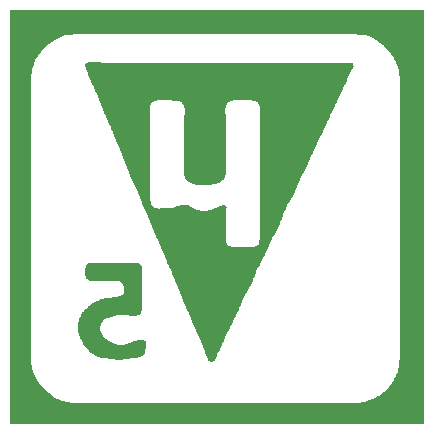
<source format=gbo>
G04 Layer: BottomSilkscreenLayer*
G04 EasyEDA Pro v2.2.39.2, 2025-05-28 23:54:08*
G04 Gerber Generator version 0.3*
G04 Scale: 100 percent, Rotated: No, Reflected: No*
G04 Dimensions in millimeters*
G04 Leading zeros omitted, absolute positions, 4 integers and 5 decimals*
G04 Generated by one-click*
%FSLAX45Y45*%
%MOMM*%
%ADD10C,0.254*%
%ADD11C,0.9551*%
G75*


G04 Image Start*
G36*
G01X1769551Y16425D02*
G01X1769551Y-1733574D01*
G01X19555Y-1733574D01*
G01X-1730439Y-1733574D01*
G01X-1730439Y16425D01*
G01X-1730439Y1153413D01*
G01X-1557983Y1153413D01*
G01X-1557363Y-30209D01*
G01X-1556911Y-895064D01*
G01X-1159828Y-895064D01*
G01X-1156145Y-881480D01*
G01X-1152459Y-867899D01*
G01X-1149213Y-856830D01*
G01X-1145967Y-845758D01*
G01X-1145967Y-843827D01*
G01X-1145967Y-841892D01*
G01X-1143531Y-837091D01*
G01X-1141096Y-832291D01*
G01X-1135759Y-820894D01*
G01X-1130422Y-809497D01*
G01X-1128797Y-808496D01*
G01X-1127169Y-807500D01*
G01X-1127169Y-804330D01*
G01X-1127169Y-801160D01*
G01X-1124827Y-798836D01*
G01X-1122485Y-796515D01*
G01X-1119655Y-791087D01*
G01X-1116828Y-785656D01*
G01X-1115589Y-785646D01*
G01X-1114352Y-785631D01*
G01X-1110080Y-779347D01*
G01X-1105807Y-773058D01*
G01X-1091065Y-758588D01*
G01X-1076320Y-744112D01*
G01X-1069701Y-738661D01*
G01X-1063084Y-733210D01*
G01X-1056247Y-728763D01*
G01X-1049409Y-724318D01*
G01X-1047682Y-722344D01*
G01X-1045952Y-720373D01*
G01X-1040489Y-716556D01*
G01X-1035020Y-712738D01*
G01X-1033920Y-712738D01*
G01X-1032815Y-712738D01*
G01X-1027735Y-708501D01*
G01X-1022658Y-704262D01*
G01X-1020192Y-704262D01*
G01X-1017723Y-704262D01*
G01X-1003661Y-697739D01*
G01X-989595Y-691214D01*
G01X-976778Y-685641D01*
G01X-963964Y-680068D01*
G01X-948627Y-676157D01*
G01X-933296Y-672243D01*
G01X-911030Y-670348D01*
G01X-888764Y-668453D01*
G01X-886191Y-667722D01*
G01X-883618Y-666990D01*
G01X-862966Y-665316D01*
G01X-842308Y-663640D01*
G01X-824639Y-659395D01*
G01X-806974Y-655151D01*
G01X-805231Y-653424D01*
G01X-803489Y-651694D01*
G01X-801025Y-651694D01*
G01X-798564Y-651694D01*
G01X-791541Y-648158D01*
G01X-784518Y-644623D01*
G01X-778183Y-636541D01*
G01X-771853Y-628456D01*
G01X-768358Y-619662D01*
G01X-764866Y-610871D01*
G01X-764866Y-596101D01*
G01X-764866Y-581334D01*
G01X-769196Y-568608D01*
G01X-773530Y-555885D01*
G01X-778241Y-549104D01*
G01X-782953Y-542319D01*
G01X-789720Y-539162D01*
G01X-796484Y-536002D01*
G01X-797040Y-534532D01*
G01X-797599Y-533058D01*
G01X-811566Y-528436D01*
G01X-825536Y-523808D01*
G01X-940890Y-523190D01*
G01X-1056247Y-522573D01*
G01X-1066501Y-517613D01*
G01X-1076755Y-512652D01*
G01X-1079384Y-510526D01*
G01X-1082018Y-508405D01*
G01X-1087540Y-500704D01*
G01X-1093059Y-493000D01*
G01X-1094751Y-478659D01*
G01X-1096442Y-464316D01*
G01X-1095472Y-440577D01*
G01X-1094507Y-416836D01*
G01X-1092696Y-407511D01*
G01X-1090885Y-398184D01*
G01X-1087829Y-392246D01*
G01X-1084779Y-386312D01*
G01X-1080765Y-382688D01*
G01X-1076755Y-379066D01*
G01X-1069061Y-375187D01*
G01X-1061373Y-371311D01*
G01X-859806Y-371179D01*
G01X-658242Y-371050D01*
G01X-649674Y-373224D01*
G01X-649674Y-373224D01*
G01X-641112Y-375401D01*
G01X-637706Y-378311D01*
G01X-634294Y-381225D01*
G01X-629938Y-386183D01*
G01X-625582Y-391141D01*
G01X-622600Y-395959D01*
G01X-619621Y-400775D01*
G01X-615768Y-411349D01*
G01X-611912Y-421923D01*
G01X-612430Y-580473D01*
G01X-612948Y-739024D01*
G01X-614670Y-752591D01*
G01X-616385Y-766157D01*
G01X-618638Y-773787D01*
G01X-620891Y-781417D01*
G01X-623692Y-788052D01*
G01X-626497Y-794683D01*
G01X-633962Y-803355D01*
G01X-641429Y-812027D01*
G01X-652765Y-816647D01*
G01X-664104Y-821270D01*
G01X-687568Y-821191D01*
G01X-711035Y-821120D01*
G01X-718724Y-819479D01*
G01X-726415Y-817836D01*
G01X-736595Y-816238D01*
G01X-746778Y-814640D01*
G01X-775902Y-813551D01*
G01X-805026Y-812461D01*
G01X-819552Y-814407D01*
G01X-834081Y-816355D01*
G01X-846895Y-819786D01*
G01X-859714Y-823220D01*
G01X-871678Y-827175D01*
G01X-883639Y-831132D01*
G01X-896455Y-836367D01*
G01X-909275Y-841605D01*
G01X-910781Y-841610D01*
G01X-912287Y-841618D01*
G01X-927390Y-850193D01*
G01X-942495Y-858770D01*
G01X-949541Y-866725D01*
G01X-956590Y-874683D01*
G01X-960842Y-884856D01*
G01X-965091Y-895034D01*
G01X-966826Y-901816D01*
G01X-968561Y-908597D01*
G01X-968563Y-924127D01*
G01X-968569Y-939656D01*
G01X-965678Y-949519D01*
G01X-962790Y-959377D01*
G01X-957377Y-970446D01*
G01X-951959Y-981513D01*
G01X-948561Y-986428D01*
G01X-945162Y-991340D01*
G01X-933859Y-1002537D01*
G01X-922554Y-1013733D01*
G01X-915546Y-1019293D01*
G01X-908533Y-1024853D01*
G01X-892671Y-1033761D01*
G01X-876803Y-1042674D01*
G01X-860570Y-1049674D01*
G01X-844335Y-1056674D01*
G01X-830532Y-1060941D01*
G01X-816735Y-1065211D01*
G01X-803189Y-1067027D01*
G01X-789643Y-1068849D01*
G01X-780245Y-1067243D01*
G01X-770847Y-1065640D01*
G01X-763154Y-1063959D01*
G01X-755465Y-1062283D01*
G01X-743502Y-1058107D01*
G01X-731541Y-1053934D01*
G01X-717012Y-1048059D01*
G01X-702486Y-1042184D01*
G01X-685397Y-1036166D01*
G01X-668305Y-1030149D01*
G01X-659674Y-1027530D01*
G01X-651041Y-1024907D01*
G01X-635036Y-1022976D01*
G01X-619029Y-1021043D01*
G01X-609997Y-1022166D01*
G01X-600967Y-1023283D01*
G01X-592570Y-1029918D01*
G01X-584175Y-1036552D01*
G01X-583108Y-1042946D01*
G01X-582044Y-1049344D01*
G01X-582097Y-1062910D01*
G01X-582151Y-1076474D01*
G01X-584477Y-1095127D01*
G01X-586801Y-1113781D01*
G01X-590408Y-1124802D01*
G01X-594015Y-1135823D01*
G01X-598701Y-1142503D01*
G01X-603388Y-1149181D01*
G01X-611069Y-1153921D01*
G01X-618750Y-1158663D01*
G01X-622163Y-1160255D01*
G01X-625582Y-1161846D01*
G01X-635839Y-1165584D01*
G01X-646093Y-1169323D01*
G01X-652072Y-1171701D01*
G01X-658056Y-1174081D01*
G01X-667454Y-1175795D01*
G01X-676852Y-1177510D01*
G01X-694497Y-1179008D01*
G01X-712143Y-1180507D01*
G01X-719278Y-1181632D01*
G01X-726415Y-1182757D01*
G01X-734960Y-1185094D01*
G01X-743502Y-1187426D01*
G01X-767782Y-1190032D01*
G01X-792061Y-1192633D01*
G01X-810509Y-1192618D01*
G01X-828950Y-1192602D01*
G01X-851116Y-1190012D01*
G01X-873283Y-1187423D01*
G01X-881878Y-1185013D01*
G01X-890476Y-1182602D01*
G01X-915256Y-1180748D01*
G01X-940034Y-1178897D01*
G01X-953044Y-1176372D01*
G01X-966056Y-1173852D01*
G01X-972633Y-1170525D01*
G01X-979211Y-1167195D01*
G01X-981299Y-1167195D01*
G01X-983384Y-1167195D01*
G01X-1001144Y-1158757D01*
G01X-1018909Y-1150319D01*
G01X-1025264Y-1146039D01*
G01X-1031619Y-1141762D01*
G01X-1033054Y-1141762D01*
G01X-1034489Y-1141762D01*
G01X-1044217Y-1133817D01*
G01X-1053943Y-1125869D01*
G01X-1060372Y-1119824D01*
G01X-1066795Y-1113781D01*
G01X-1081733Y-1096824D01*
G01X-1096668Y-1079870D01*
G01X-1101825Y-1073934D01*
G01X-1106983Y-1067995D01*
G01X-1112419Y-1059519D01*
G01X-1117852Y-1051038D01*
G01X-1124982Y-1035778D01*
G01X-1132119Y-1020515D01*
G01X-1138406Y-1006105D01*
G01X-1144700Y-991688D01*
G01X-1147956Y-979819D01*
G01X-1151212Y-967950D01*
G01X-1154933Y-955232D01*
G01X-1158657Y-942514D01*
G01X-1159241Y-918788D01*
G01X-1159828Y-895064D01*
G01X-1556911Y-895064D01*
G01X-1556744Y-1213829D01*
G01X-1553795Y-1225699D01*
G01X-1550843Y-1237571D01*
G01X-1548532Y-1251983D01*
G01X-1546220Y-1266400D01*
G01X-1543353Y-1274876D01*
G01X-1540490Y-1283357D01*
G01X-1538743Y-1286557D01*
G01X-1537000Y-1289760D01*
G01X-1534580Y-1297847D01*
G01X-1532156Y-1305932D01*
G01X-1529624Y-1310753D01*
G01X-1527089Y-1315571D01*
G01X-1527079Y-1317484D01*
G01X-1527071Y-1319397D01*
G01X-1524506Y-1321510D01*
G01X-1521941Y-1323621D01*
G01X-1521935Y-1326379D01*
G01X-1521928Y-1329140D01*
G01X-1517219Y-1338467D01*
G01X-1512510Y-1347794D01*
G01X-1506975Y-1355729D01*
G01X-1501435Y-1363666D01*
G01X-1501433Y-1365056D01*
G01X-1501430Y-1366445D01*
G01X-1494570Y-1376255D01*
G01X-1487704Y-1386064D01*
G01X-1479904Y-1395757D01*
G01X-1472101Y-1405447D01*
G01X-1466688Y-1412157D01*
G01X-1461275Y-1418868D01*
G01X-1448623Y-1431235D01*
G01X-1435972Y-1443600D01*
G01X-1434638Y-1443600D01*
G01X-1433305Y-1443600D01*
G01X-1432220Y-1446994D01*
G01X-1431138Y-1450384D01*
G01X-1429551Y-1450384D01*
G01X-1427961Y-1450384D01*
G01X-1416421Y-1461548D01*
G01X-1404880Y-1472714D01*
G01X-1389327Y-1485287D01*
G01X-1373777Y-1497865D01*
G01X-1372111Y-1497865D01*
G01X-1370440Y-1497865D01*
G01X-1366427Y-1502104D01*
G01X-1362413Y-1506346D01*
G01X-1360864Y-1506346D01*
G01X-1359317Y-1506346D01*
G01X-1350480Y-1512150D01*
G01X-1341644Y-1517956D01*
G01X-1333955Y-1520735D01*
G01X-1326264Y-1523511D01*
G01X-1320285Y-1525279D01*
G01X-1314303Y-1527049D01*
G01X-1310031Y-1529269D01*
G01X-1305759Y-1531487D01*
G01X-1298644Y-1534918D01*
G01X-1291532Y-1538355D01*
G01X-1284971Y-1539498D01*
G01X-1278416Y-1540641D01*
G01X-1274915Y-1542805D01*
G01X-1271415Y-1544972D01*
G01X-1260387Y-1547928D01*
G01X-1249360Y-1550885D01*
G01X-1234837Y-1552866D01*
G01X-1220308Y-1554852D01*
G01X-1216676Y-1556831D01*
G01X-1213044Y-1558804D01*
G01X-1185060Y-1560321D01*
G01X-1157075Y-1561835D01*
G01X-4369Y-1561761D01*
G01X1148336Y-1561687D01*
G01X1182517Y-1560369D01*
G01X1216695Y-1559051D01*
G01X1223535Y-1557164D01*
G01X1230370Y-1555274D01*
G01X1246604Y-1552901D01*
G01X1262839Y-1550529D01*
G01X1273093Y-1547755D01*
G01X1283347Y-1544979D01*
G01X1287619Y-1542800D01*
G01X1291894Y-1540620D01*
G01X1306415Y-1536021D01*
G01X1320944Y-1531418D01*
G01X1323507Y-1529175D01*
G01X1326073Y-1526935D01*
G01X1339649Y-1522536D01*
G01X1353233Y-1518139D01*
G01X1355887Y-1515894D01*
G01X1358541Y-1513651D01*
G01X1368798Y-1507992D01*
G01X1379049Y-1502327D01*
G01X1379905Y-1501286D01*
G01X1380759Y-1500245D01*
G01X1389303Y-1495388D01*
G01X1397848Y-1490529D01*
G01X1409809Y-1481002D01*
G01X1421777Y-1471469D01*
G01X1427825Y-1467791D01*
G01X1433875Y-1464116D01*
G01X1449184Y-1448589D01*
G01X1464500Y-1433067D01*
G01X1466880Y-1430583D01*
G01X1469262Y-1428093D01*
G01X1473456Y-1421860D01*
G01X1477652Y-1415622D01*
G01X1480906Y-1412231D01*
G01X1484157Y-1408840D01*
G01X1490596Y-1400362D01*
G01X1497037Y-1391883D01*
G01X1500372Y-1386796D01*
G01X1503705Y-1381708D01*
G01X1506319Y-1377149D01*
G01X1508930Y-1372592D01*
G01X1515409Y-1361888D01*
G01X1521891Y-1351185D01*
G01X1523481Y-1348642D01*
G01X1525069Y-1346097D01*
G01X1531853Y-1331683D01*
G01X1538638Y-1317268D01*
G01X1541411Y-1310489D01*
G01X1544185Y-1303702D01*
G01X1547690Y-1293529D01*
G01X1551198Y-1283357D01*
G01X1554408Y-1270636D01*
G01X1557621Y-1257918D01*
G01X1559407Y-1232483D01*
G01X1561190Y-1207047D01*
G01X1563626Y-1195963D01*
G01X1566059Y-1184876D01*
G01X1567825Y-1145089D01*
G01X1569592Y-1105305D01*
G01X1569532Y14731D01*
G01X1569465Y1134762D01*
G01X1567919Y1171218D01*
G01X1566369Y1207677D01*
G01X1563911Y1217002D01*
G01X1561449Y1226329D01*
G01X1560258Y1242442D01*
G01X1559067Y1258551D01*
G01X1554911Y1274512D01*
G01X1550753Y1290481D01*
G01X1549267Y1292320D01*
G01X1547776Y1294159D01*
G01X1546539Y1300093D01*
G01X1545305Y1306031D01*
G01X1541785Y1314510D01*
G01X1538264Y1322988D01*
G01X1536285Y1325531D01*
G01X1534302Y1328073D01*
G01X1532326Y1334964D01*
G01X1530349Y1341853D01*
G01X1526105Y1349376D01*
G01X1521861Y1356902D01*
G01X1519011Y1361990D01*
G01X1516161Y1367075D01*
G01X1510060Y1376402D01*
G01X1503954Y1385729D01*
G01X1492854Y1399719D01*
G01X1481754Y1413707D01*
G01X1480550Y1413707D01*
G01X1479351Y1413707D01*
G01X1474843Y1421342D01*
G01X1470334Y1428972D01*
G01X1468076Y1428972D01*
G01X1465816Y1428972D01*
G01X1461081Y1435752D01*
G01X1456344Y1442536D01*
G01X1454238Y1442536D01*
G01X1452135Y1442536D01*
G01X1447612Y1449320D01*
G01X1443088Y1456105D01*
G01X1440781Y1456105D01*
G01X1438475Y1456105D01*
G01X1433738Y1462884D01*
G01X1428998Y1469668D01*
G01X1427452Y1469668D01*
G01X1425902Y1469668D01*
G01X1412730Y1480737D01*
G01X1399560Y1491807D01*
G01X1394429Y1495896D01*
G01X1389303Y1499988D01*
G01X1383322Y1504293D01*
G01X1377340Y1508596D01*
G01X1373070Y1510732D01*
G01X1368798Y1512866D01*
G01X1367086Y1514715D01*
G01X1365379Y1516564D01*
G01X1353116Y1523641D01*
G01X1340855Y1530714D01*
G01X1339443Y1530725D01*
G01X1338036Y1530735D01*
G01X1322887Y1538355D01*
G01X1307739Y1545977D01*
G01X1305311Y1545977D01*
G01X1302880Y1545977D01*
G01X1298788Y1548637D01*
G01X1294698Y1551296D01*
G01X1280886Y1553689D01*
G01X1267076Y1556079D01*
G01X1239324Y1557870D01*
G01X1211569Y1559658D01*
G01X1204234Y1562312D01*
G01X1196891Y1564966D01*
G01X1177744Y1566262D01*
G01X1158593Y1567560D01*
G01X52882Y1567504D01*
G01X-1052828Y1567453D01*
G01X-1122040Y1566252D01*
G01X-1122040Y1566252D01*
G01X-1191255Y1565045D01*
G01X-1198614Y1562340D01*
G01X-1205967Y1559627D01*
G01X-1226810Y1558459D01*
G01X-1247654Y1557288D01*
G01X-1264740Y1553496D01*
G01X-1281832Y1549701D01*
G01X-1292942Y1545558D01*
G01X-1304049Y1541418D01*
G01X-1310882Y1537852D01*
G01X-1317719Y1534283D01*
G01X-1321992Y1532231D01*
G01X-1326264Y1530181D01*
G01X-1333955Y1526521D01*
G01X-1341644Y1522853D01*
G01X-1347628Y1519254D01*
G01X-1353610Y1515655D01*
G01X-1355675Y1513859D01*
G01X-1357735Y1512061D01*
G01X-1360272Y1512061D01*
G01X-1362804Y1512061D01*
G01X-1363869Y1510354D01*
G01X-1364930Y1508650D01*
G01X-1376360Y1501202D01*
G01X-1387785Y1493757D01*
G01X-1392807Y1488495D01*
G01X-1397826Y1483232D01*
G01X-1399248Y1483232D01*
G01X-1400671Y1483232D01*
G01X-1409363Y1476874D01*
G01X-1418052Y1470514D01*
G01X-1434534Y1454299D01*
G01X-1451021Y1438078D01*
G01X-1455212Y1433100D01*
G01X-1459406Y1428121D01*
G01X-1467173Y1418502D01*
G01X-1474945Y1408883D01*
G01X-1480564Y1401545D01*
G01X-1486180Y1394207D01*
G01X-1492157Y1386176D01*
G01X-1498141Y1378144D01*
G01X-1509190Y1358553D01*
G01X-1520234Y1338962D01*
G01X-1520234Y1337657D01*
G01X-1520234Y1336351D01*
G01X-1526091Y1324555D01*
G01X-1531948Y1312762D01*
G01X-1533186Y1307725D01*
G01X-1095048Y1307725D01*
G01X-1091022Y1313570D01*
G01X-1086999Y1319412D01*
G01X-1081019Y1322894D01*
G01X-1075045Y1326374D01*
G01X-1044283Y1326486D01*
G01X-1013521Y1326595D01*
G01X-979343Y1325399D01*
G01X-979343Y1325399D01*
G01X-945162Y1324202D01*
G01X104670Y1324136D01*
G01X1154501Y1324073D01*
G01X1160724Y1320872D01*
G01X1166944Y1317667D01*
G01X1170076Y1313506D01*
G01X1173208Y1309341D01*
G01X1174214Y1303179D01*
G01X1175224Y1297012D01*
G01X1171483Y1285411D01*
G01X1167744Y1273811D01*
G01X1148862Y1235655D01*
G01X1129985Y1197502D01*
G01X1123406Y1183936D01*
G01X1116830Y1170372D01*
G01X1112672Y1161048D01*
G01X1108509Y1151719D01*
G01X1102250Y1138152D01*
G01X1095989Y1124586D01*
G01X1085509Y1103390D01*
G01X1075027Y1082191D01*
G01X1071265Y1076258D01*
G01X1067508Y1070324D01*
G01X1065260Y1063537D01*
G01X1063015Y1056758D01*
G01X1060071Y1052412D01*
G01X1057132Y1048071D01*
G01X1056012Y1043085D01*
G01X1054889Y1038102D01*
G01X1050109Y1028775D01*
G01X1045331Y1019451D01*
G01X1044079Y1015214D01*
G01X1042824Y1010975D01*
G01X1038545Y1001648D01*
G01X1034265Y992318D01*
G01X1027488Y977906D01*
G01X1020711Y963494D01*
G01X1019187Y960947D01*
G01X1017661Y958404D01*
G01X1013150Y949077D01*
G01X1008636Y939750D01*
G01X1002009Y925928D01*
G01X995385Y912105D01*
G01X995385Y910589D01*
G01X995385Y909077D01*
G01X986970Y893042D01*
G01X978557Y877007D01*
G01X973063Y865986D01*
G01X967569Y854963D01*
G01X966088Y852423D01*
G01X964610Y849878D01*
G01X959294Y838857D01*
G01X953978Y827833D01*
G01X950826Y821051D01*
G01X947676Y814267D01*
G01X946500Y809179D01*
G01X945327Y804094D01*
G01X942253Y798156D01*
G01X939180Y792222D01*
G01X935390Y782049D01*
G01X931600Y771874D01*
G01X929314Y769197D01*
G01X927023Y766520D01*
G01X927023Y764559D01*
G01X927023Y762596D01*
G01X919944Y747734D01*
G01X912865Y732873D01*
G01X911115Y729479D01*
G01X909365Y726088D01*
G01X904732Y716761D01*
G01X900094Y707437D01*
G01X884600Y676467D01*
G01X869106Y645499D01*
G01X864826Y637465D01*
G01X860551Y629431D01*
G01X857897Y623498D01*
G01X855248Y617564D01*
G01X851049Y610229D01*
G01X846853Y602896D01*
G01X845731Y599208D01*
G01X844613Y595520D01*
G01X839513Y583648D01*
G01X834412Y571778D01*
G01X829447Y561176D01*
G01X824483Y550572D01*
G01X824483Y549596D01*
G01X824483Y548623D01*
G01X816589Y532223D01*
G01X808692Y515817D01*
G01X802838Y503099D01*
G01X796985Y490381D01*
G01X793645Y484110D01*
G01X790308Y477839D01*
G01X790308Y475609D01*
G01X790308Y473376D01*
G01X786803Y466889D01*
G01X783300Y460407D01*
G01X779851Y451654D01*
G01X776404Y442901D01*
G01X771974Y433574D01*
G01X767544Y424247D01*
G01X763211Y415771D01*
G01X758880Y407293D01*
G01X756648Y402629D01*
G01X754418Y397966D01*
G01X751606Y392454D01*
G01X748797Y386945D01*
G01X734514Y358708D01*
G01X720237Y330471D01*
G01X720199Y329030D01*
G01X720163Y327593D01*
G01X716818Y323351D01*
G01X713478Y319112D01*
G01X713440Y316501D01*
G01X713402Y313892D01*
G01X707659Y302937D01*
G01X701916Y291982D01*
G01X700686Y287743D01*
G01X699460Y283503D01*
G01X693529Y270786D01*
G01X687603Y258068D01*
G01X684954Y252980D01*
G01X682304Y247893D01*
G01X675512Y230168D01*
G01X668718Y212447D01*
G01X663722Y203039D01*
G01X658723Y193628D01*
G01X658718Y191002D01*
G01X658715Y188375D01*
G01X657171Y186762D01*
G01X655634Y185152D01*
G01X647570Y169887D01*
G01X639508Y154626D01*
G01X635124Y148820D01*
G01X630742Y143016D01*
G01X615850Y113654D01*
G01X600958Y84291D01*
G01X599216Y79610D01*
G01X597471Y74926D01*
G01X588652Y55427D01*
G01X579831Y35927D01*
G01X576742Y27449D01*
G01X573656Y18970D01*
G01X571492Y13034D01*
G01X569328Y7098D01*
G01X566171Y-847D01*
G01X563011Y-8792D01*
G01X563011Y-11020D01*
G01X563011Y-13247D01*
G01X556089Y-29356D01*
G01X549170Y-45467D01*
G01X547654Y-48012D01*
G01X546140Y-50557D01*
G01X541568Y-59884D01*
G01X536994Y-69211D01*
G01X532564Y-77690D01*
G01X528137Y-86166D01*
G01X524139Y-93798D01*
G01X520141Y-101429D01*
G01X515277Y-109247D01*
G01X510418Y-117060D01*
G01X509155Y-121007D01*
G01X507890Y-124957D01*
G01X496844Y-144563D01*
G01X485795Y-164172D01*
G01X484390Y-165866D01*
G01X482988Y-167563D01*
G01X477867Y-180280D01*
G01X472749Y-193001D01*
G01X470039Y-198086D01*
G01X467332Y-203171D01*
G01X467319Y-204720D01*
G01X467309Y-206265D01*
G01X462417Y-214047D01*
G01X457525Y-221825D01*
G01X455315Y-230303D01*
G01X453108Y-238784D01*
G01X451883Y-240481D01*
G01X450664Y-242175D01*
G01X448518Y-248774D01*
G01X446374Y-255373D01*
G01X440606Y-266955D01*
G01X434840Y-278538D01*
G01X434840Y-279592D01*
G01X434840Y-280643D01*
G01X423534Y-303801D01*
G01X412234Y-326963D01*
G01X401967Y-347311D01*
G01X391698Y-367659D01*
G01X388688Y-371898D01*
G01X385683Y-376137D01*
G01X379242Y-388007D01*
G01X372803Y-399879D01*
G01X361949Y-420999D01*
G01X351099Y-442116D01*
G01X351099Y-444052D01*
G01X351099Y-445990D01*
G01X348310Y-451537D01*
G01X345521Y-457084D01*
G01X344164Y-462393D01*
G01X342808Y-467709D01*
G01X337672Y-480427D01*
G01X332531Y-493142D01*
G01X328071Y-505014D01*
G01X323606Y-516881D01*
G01X320263Y-523851D01*
G01X316920Y-530821D01*
G01X316920Y-534351D01*
G01X316920Y-537879D01*
G01X315424Y-538796D01*
G01X313936Y-539711D01*
G01X309318Y-549492D01*
G01X304700Y-559276D01*
G01X292709Y-583020D01*
G01X280715Y-606759D01*
G01X276644Y-613541D01*
G01X272564Y-620323D01*
G01X270924Y-623975D01*
G01X269278Y-627625D01*
G01X267611Y-628646D01*
G01X265943Y-629670D01*
G01X257459Y-645342D01*
G01X248978Y-661018D01*
G01X246273Y-666109D01*
G01X243570Y-671196D01*
G01X239003Y-681313D01*
G01X234436Y-691432D01*
G01X230202Y-702509D01*
G01X225968Y-713589D01*
G01X222897Y-722065D01*
G01X219829Y-730546D01*
G01X217294Y-735634D01*
G01X214764Y-740721D01*
G01X208328Y-755981D01*
G01X201891Y-771244D01*
G01X191046Y-793469D01*
G01X180200Y-815699D01*
G01X180200Y-817584D01*
G01X180200Y-819469D01*
G01X176517Y-825880D01*
G01X172831Y-832291D01*
G01X164774Y-847551D01*
G01X156717Y-862811D01*
G01X151353Y-872834D01*
G01X145994Y-882849D01*
G01X144556Y-884701D01*
G01X143123Y-886553D01*
G01X137807Y-896728D01*
G01X132494Y-906901D01*
G01X125341Y-922164D01*
G01X118188Y-937426D01*
G01X113502Y-946753D01*
G01X108811Y-956078D01*
G01X107535Y-960317D01*
G01X106263Y-964556D01*
G01X95379Y-987073D01*
G01X84498Y-1009590D01*
G01X84498Y-1011706D01*
G01X84498Y-1013827D01*
G01X81965Y-1017411D01*
G01X79435Y-1020997D01*
G01X74841Y-1033476D01*
G01X70248Y-1045950D01*
G01X67972Y-1049298D01*
G01X65697Y-1052641D01*
G01X65697Y-1054856D01*
G01X65697Y-1057071D01*
G01X59636Y-1070164D01*
G01X53568Y-1083260D01*
G01X50987Y-1087500D01*
G01X48404Y-1091736D01*
G01X44978Y-1099367D01*
G01X41554Y-1106999D01*
G01X35791Y-1118869D01*
G01X30027Y-1130741D01*
G01X23086Y-1146156D01*
G01X16139Y-1161574D01*
G01X16139Y-1164248D01*
G01X16139Y-1166923D01*
G01X13782Y-1171726D01*
G01X11429Y-1176524D01*
G01X8348Y-1182953D01*
G01X5270Y-1189382D01*
G01X25Y-1195310D01*
G01X-5223Y-1201238D01*
G01X-15279Y-1205247D01*
G01X-25337Y-1209255D01*
G01X-30658Y-1207497D01*
G01X-35985Y-1205737D01*
G01X-44697Y-1199323D01*
G01X-53412Y-1192912D01*
G01X-58779Y-1182176D01*
G01X-64148Y-1171437D01*
G01X-71768Y-1151937D01*
G01X-79393Y-1132435D01*
G01X-81087Y-1125653D01*
G01X-82782Y-1118869D01*
G01X-86294Y-1108876D01*
G01X-89805Y-1098887D01*
G01X-91311Y-1097007D01*
G01X-92820Y-1095127D01*
G01X-94102Y-1090891D01*
G01X-95390Y-1086649D01*
G01X-102004Y-1072895D01*
G01X-108616Y-1059141D01*
G01X-108616Y-1057421D01*
G01X-108616Y-1055701D01*
G01X-112947Y-1045740D01*
G01X-117275Y-1035778D01*
G01X-118794Y-1032387D01*
G01X-120310Y-1028993D01*
G01X-127092Y-1014581D01*
G01X-133874Y-1000167D01*
G01X-135977Y-993385D01*
G01X-138077Y-986601D01*
G01X-149632Y-962862D01*
G01X-161184Y-939121D01*
G01X-169144Y-920469D01*
G01X-177105Y-901816D01*
G01X-179515Y-896728D01*
G01X-181931Y-891643D01*
G01X-186289Y-881094D01*
G01X-190648Y-870546D01*
G01X-190648Y-867886D01*
G01X-190648Y-865227D01*
G01X-200203Y-841127D01*
G01X-209756Y-817028D01*
G01X-213874Y-809004D01*
G01X-217993Y-800983D01*
G01X-217993Y-798984D01*
G01X-217993Y-796990D01*
G01X-230790Y-771122D01*
G01X-243584Y-745258D01*
G01X-249378Y-731120D01*
G01X-255169Y-716980D01*
G01X-257379Y-711895D01*
G01X-259589Y-706807D01*
G01X-265296Y-694328D01*
G01X-271001Y-681849D01*
G01X-275466Y-668892D01*
G01X-279929Y-655933D01*
G01X-282187Y-651694D01*
G01X-284447Y-647457D01*
G01X-291184Y-631344D01*
G01X-297925Y-615235D01*
G01X-303190Y-599126D01*
G01X-308453Y-583020D01*
G01X-312626Y-571994D01*
G01X-316797Y-560973D01*
G01X-322083Y-549949D01*
G01X-327361Y-538928D01*
G01X-327363Y-537077D01*
G01X-327366Y-535230D01*
G01X-332362Y-525210D01*
G01X-337356Y-515189D01*
G01X-346032Y-496917D01*
G01X-354712Y-478646D01*
G01X-354717Y-477415D01*
G01X-354724Y-476185D01*
G01X-359939Y-463467D01*
G01X-365156Y-450750D01*
G01X-373421Y-432947D01*
G01X-381689Y-415139D01*
G01X-386388Y-404118D01*
G01X-391092Y-393094D01*
G01X-395832Y-382919D01*
G01X-400571Y-372746D01*
G01X-403462Y-365962D01*
G01X-406355Y-359180D01*
G01X-412016Y-342132D01*
G01X-417676Y-325083D01*
G01X-420609Y-318393D01*
G01X-423543Y-311697D01*
G01X-424876Y-308309D01*
G01X-426213Y-304918D01*
G01X-432334Y-291906D01*
G01X-438450Y-278896D01*
G01X-438450Y-277687D01*
G01X-438450Y-276473D01*
G01X-445496Y-261868D01*
G01X-452540Y-247260D01*
G01X-458310Y-235589D01*
G01X-464084Y-223915D01*
G01X-464089Y-222023D01*
G01X-464094Y-220130D01*
G01X-469304Y-207458D01*
G01X-474506Y-194784D01*
G01X-482745Y-178627D01*
G01X-490985Y-162475D01*
G01X-492270Y-158236D01*
G01X-493558Y-153996D01*
G01X-499144Y-141279D01*
G01X-504729Y-128558D01*
G01X-510716Y-114146D01*
G01X-516703Y-99734D01*
G01X-522672Y-83623D01*
G01X-528646Y-67512D01*
G01X-530756Y-61581D01*
G01X-532862Y-55645D01*
G01X-535128Y-50557D01*
G01X-537396Y-45467D01*
G01X-541551Y-35297D01*
G01X-545702Y-25119D01*
G01X-546990Y-20883D01*
G01X-548272Y-16641D01*
G01X-555915Y316D01*
G01X-563560Y17273D01*
G01X-568508Y27802D01*
G01X-573459Y38327D01*
G01X-573459Y39066D01*
G01X-573459Y39806D01*
G01X-583499Y60758D01*
G01X-593535Y81711D01*
G01X-599735Y94916D01*
G01X-605930Y108124D01*
G01X-605930Y109219D01*
G01X-605930Y110316D01*
G01X-609242Y117210D01*
G01X-612552Y124103D01*
G01X-618767Y140212D01*
G01X-624980Y156320D01*
G01X-627353Y164715D01*
G01X-629727Y173107D01*
G01X-636052Y189302D01*
G01X-642377Y205500D01*
G01X-647370Y217367D01*
G01X-652366Y229239D01*
G01X-658043Y244502D01*
G01X-663715Y259762D01*
G01X-673705Y279452D01*
G01X-683690Y299140D01*
G01X-686885Y306582D01*
G01X-690085Y314027D01*
G01X-699166Y332680D01*
G01X-708241Y351334D01*
G01X-713339Y364900D01*
G01X-718432Y378464D01*
G01X-720916Y383549D01*
G01X-723395Y388639D01*
G01X-729440Y402203D01*
G01X-735488Y415771D01*
G01X-739214Y427641D01*
G01X-742943Y439510D01*
G01X-748000Y453076D01*
G01X-753062Y466640D01*
G01X-755798Y472578D01*
G01X-758531Y478512D01*
G01X-760123Y481669D01*
G01X-761716Y484824D01*
G01X-765734Y497049D01*
G01X-769758Y509271D01*
G01X-774149Y518796D01*
G01X-778536Y528321D01*
G01X-778536Y529248D01*
G01X-778536Y530178D01*
G01X-783789Y540803D01*
G01X-789041Y551430D01*
G01X-794744Y566891D01*
G01X-800443Y582352D01*
G01X-802254Y585542D01*
G01X-804065Y588733D01*
G01X-811810Y605870D01*
G01X-819552Y623007D01*
G01X-819552Y624186D01*
G01X-819552Y625365D01*
G01X-826532Y641814D01*
G01X-833514Y658260D01*
G01X-839242Y670386D01*
G01X-844965Y682509D01*
G01X-846938Y689886D01*
G01X-848914Y697262D01*
G01X-852122Y706589D01*
G01X-855328Y715918D01*
G01X-860263Y728633D01*
G01X-865201Y741351D01*
G01X-869978Y753220D01*
G01X-874761Y765090D01*
G01X-881510Y779504D01*
G01X-888256Y793916D01*
G01X-893870Y805115D01*
G01X-899483Y816314D01*
G01X-903852Y830086D01*
G01X-908221Y843860D01*
G01X-911111Y850261D01*
G01X-914002Y856659D01*
G01X-917106Y863444D01*
G01X-920204Y870228D01*
G01X-922000Y874467D01*
G01X-923791Y878704D01*
G01X-925429Y881249D01*
G01X-927070Y883792D01*
G01X-935828Y904142D01*
G01X-944588Y924490D01*
G01X-947100Y930424D01*
G01X-949620Y936360D01*
G01X-951858Y940599D01*
G01X-954098Y944838D01*
G01X-954487Y946535D01*
G01X-549687Y946535D01*
G01X-549613Y898206D01*
G01X-549545Y849878D01*
G01X-548861Y517514D01*
G01X-548178Y185152D01*
G01X-545351Y162256D01*
G01X-542529Y139366D01*
G01X-537429Y129191D01*
G01X-532331Y119018D01*
G01X-529860Y114616D01*
G01X-527383Y110217D01*
G01X-522862Y106986D01*
G01X-518343Y103755D01*
G01X-513652Y99973D01*
G01X-508961Y96191D01*
G01X-501252Y92912D01*
G01X-493548Y89635D01*
G01X-484196Y88477D01*
G01X-474841Y87316D01*
G01X-456220Y89137D01*
G01X-437594Y90954D01*
G01X-402560Y91871D01*
G01X-367528Y92787D01*
G01X-356421Y94662D01*
G01X-345308Y96539D01*
G01X-341039Y98787D01*
G01X-336766Y101037D01*
G01X-321387Y107227D01*
G01X-306004Y113417D01*
G01X-290643Y117489D01*
G01X-275283Y121561D01*
G01X-259848Y121561D01*
G01X-244409Y121561D01*
G01X-231986Y118144D01*
G01X-219558Y114725D01*
G01X-210658Y109745D01*
G01X-201758Y104761D01*
G01X-194067Y100458D01*
G01X-186376Y96156D01*
G01X-165095Y85914D01*
G01X-143813Y75670D01*
G01X-130630Y72333D01*
G01X-117448Y68993D01*
G01X-95515Y69135D01*
G01X-73582Y69277D01*
G01X-64186Y70669D01*
G01X-54783Y72066D01*
G01X-42474Y74822D01*
G01X-30163Y77578D01*
G01X-15985Y83214D01*
G01X-1804Y88853D01*
G01X7068Y91746D01*
G01X15946Y94637D01*
G01X20137Y97911D01*
G01X24333Y101182D01*
G01X31770Y104380D01*
G01X39207Y107578D01*
G01X48910Y112018D01*
G01X58610Y116458D01*
G01X71485Y116648D01*
G01X84361Y116841D01*
G01X89453Y112841D01*
G01X94543Y108843D01*
G01X97462Y102978D01*
G01X100375Y97111D01*
G01X99090Y73303D01*
G01X97800Y49491D01*
G01X97271Y43555D01*
G01X96740Y37621D01*
G01X95752Y-5620D01*
G01X94764Y-48863D01*
G01X93484Y-94647D01*
G01X92207Y-140430D01*
G01X92194Y-163323D01*
G01X92186Y-186214D01*
G01X96349Y-197237D01*
G01X100507Y-208258D01*
G01X104759Y-213892D01*
G01X109014Y-219521D01*
G01X116009Y-224301D01*
G01X123012Y-229076D01*
G01X134942Y-233003D01*
G01X146872Y-236930D01*
G01X239128Y-236407D01*
G01X331376Y-235889D01*
G01X341665Y-232589D01*
G01X351952Y-229292D01*
G01X359643Y-223788D01*
G01X367332Y-218289D01*
G01X371896Y-209033D01*
G01X376455Y-199780D01*
G01X377601Y-190453D01*
G01X378747Y-181129D01*
G01X380250Y-175193D01*
G01X381749Y-169257D01*
G01X382579Y-49707D01*
G01X383410Y69841D01*
G01X383567Y508187D01*
G01X383725Y946535D01*
G01X382071Y952471D01*
G01X380410Y958404D01*
G01X378437Y964965D01*
G01X376458Y971528D01*
G01X369333Y978884D01*
G01X362209Y986235D01*
G01X353816Y990642D01*
G01X345427Y995054D01*
G01X335262Y998544D01*
G01X325097Y1002036D01*
G01X305198Y1003113D01*
G01X285302Y1004190D01*
G01X232415Y1004686D01*
G01X179524Y1005186D01*
G01X163202Y1003256D01*
G01X163202Y1003256D01*
G01X146872Y1001333D01*
G01X136987Y997944D01*
G01X127106Y994559D01*
G01X119900Y990558D01*
G01X112697Y986558D01*
G01X106357Y979913D01*
G01X100017Y973268D01*
G01X95732Y961970D01*
G01X91450Y950670D01*
G01X90965Y927409D01*
G01X90482Y904142D01*
G01X92575Y877007D01*
G01X94665Y849878D01*
G01X94282Y615867D01*
G01X93898Y381855D01*
G01X89865Y368291D01*
G01X85829Y354722D01*
G01X80888Y344547D01*
G01X75951Y334374D01*
G01X72006Y329996D01*
G01X68064Y325619D01*
G01X57332Y318385D01*
G01X46601Y311151D01*
G01X34114Y305507D01*
G01X21623Y299858D01*
G01X9908Y297138D01*
G01X-1804Y294413D01*
G01X-7788Y292858D01*
G01X-13767Y291306D01*
G01X-34278Y288713D01*
G01X-54783Y286122D01*
G01X-73582Y285388D01*
G01X-92383Y284657D01*
G01X-112032Y286973D01*
G01X-131687Y289297D01*
G01X-144506Y290260D01*
G01X-157323Y291225D01*
G01X-170140Y293943D01*
G01X-182959Y296661D01*
G01X-198982Y304344D01*
G01X-215009Y312030D01*
G01X-224618Y318411D01*
G01X-234227Y324789D01*
G01X-238768Y329579D01*
G01X-243310Y334374D01*
G01X-247549Y342005D01*
G01X-251783Y349637D01*
G01X-255639Y361504D01*
G01X-259492Y373379D01*
G01X-260163Y592972D01*
G01X-260836Y812570D01*
G01X-257998Y854117D01*
G01X-255161Y895664D01*
G01X-254374Y913726D01*
G01X-253586Y931788D01*
G01X-256490Y945943D01*
G01X-259390Y960101D01*
G01X-262451Y966034D01*
G01X-265509Y971970D01*
G01X-269680Y975544D01*
G01X-273853Y979115D01*
G01X-276256Y982481D01*
G01X-278661Y985846D01*
G01X-288913Y990169D01*
G01X-299169Y994493D01*
G01X-311984Y998209D01*
G01X-324803Y1001925D01*
G01X-394018Y1003700D01*
G01X-463230Y1005476D01*
G01X-480340Y1003639D01*
G01X-497447Y1001800D01*
G01X-508534Y997599D01*
G01X-519629Y993395D01*
G01X-526461Y990050D01*
G01X-533299Y986700D01*
G01X-537371Y981219D01*
G01X-541442Y975737D01*
G01X-545565Y961137D01*
G01X-549687Y946535D01*
G01X-954487Y946535D01*
G01X-955264Y949926D01*
G01X-956430Y955013D01*
G01X-959953Y964340D01*
G01X-963471Y973665D01*
G01X-965797Y978752D01*
G01X-968122Y983842D01*
G01X-970532Y990624D01*
G01X-972940Y997406D01*
G01X-978205Y1010124D01*
G01X-983478Y1022841D01*
G01X-987710Y1033863D01*
G01X-991944Y1044889D01*
G01X-998076Y1058455D01*
G01X-1004210Y1072018D01*
G01X-1007583Y1078186D01*
G01X-1010959Y1084350D01*
G01X-1010959Y1087083D01*
G01X-1010959Y1089816D01*
G01X-1023897Y1116527D01*
G01X-1036839Y1143240D01*
G01X-1041180Y1152567D01*
G01X-1045523Y1161891D01*
G01X-1047128Y1164975D01*
G01X-1048733Y1168066D01*
G01X-1055655Y1183629D01*
G01X-1062576Y1199199D01*
G01X-1065703Y1210220D01*
G01X-1068827Y1221241D01*
G01X-1071418Y1228025D01*
G01X-1074009Y1234810D01*
G01X-1081083Y1252615D01*
G01X-1088159Y1270418D01*
G01X-1090727Y1277202D01*
G01X-1093293Y1283987D01*
G01X-1094172Y1295856D01*
G01X-1095048Y1307725D01*
G01X-1533186Y1307725D01*
G01X-1534026Y1304309D01*
G01X-1536109Y1295856D01*
G01X-1537620Y1292907D01*
G01X-1539134Y1289958D01*
G01X-1543218Y1275950D01*
G01X-1547305Y1261942D01*
G01X-1549025Y1246679D01*
G01X-1550739Y1231419D01*
G01X-1552667Y1226417D01*
G01X-1554587Y1221416D01*
G01X-1556286Y1187416D01*
G01X-1557983Y1153413D01*
G01X-1730439Y1153413D01*
G01X-1730439Y1766421D01*
G01X19555Y1766421D01*
G01X1769551Y1766421D01*
G01X1769551Y16425D01*
G37*
G04 Image End*
G54D10*

M02*


</source>
